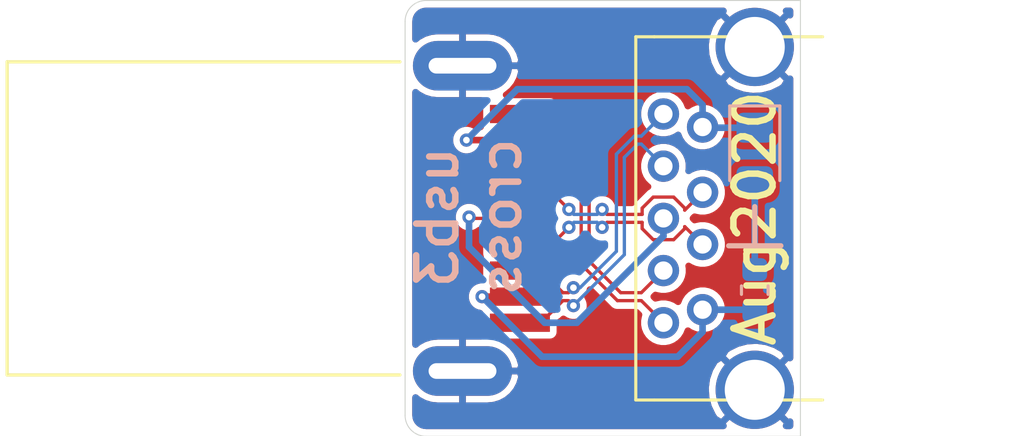
<source format=kicad_pcb>
(kicad_pcb (version 20171130) (host pcbnew 5.1.6-c6e7f7d~87~ubuntu20.04.1)

  (general
    (thickness 1.6002)
    (drawings 8)
    (tracks 109)
    (zones 0)
    (modules 4)
    (nets 12)
  )

  (page USLetter)
  (title_block
    (rev 1)
  )

  (layers
    (0 Front signal)
    (31 Back signal)
    (34 B.Paste user)
    (35 F.Paste user)
    (36 B.SilkS user)
    (37 F.SilkS user)
    (38 B.Mask user)
    (39 F.Mask user)
    (44 Edge.Cuts user)
    (45 Margin user)
    (46 B.CrtYd user hide)
    (47 F.CrtYd user)
    (49 F.Fab user hide)
  )

  (setup
    (last_trace_width 0.254)
    (user_trace_width 0.254)
    (user_trace_width 0.508)
    (user_trace_width 0.762)
    (trace_clearance 0.1524)
    (zone_clearance 0.254)
    (zone_45_only no)
    (trace_min 0.127)
    (via_size 0.508)
    (via_drill 0.254)
    (via_min_size 0.508)
    (via_min_drill 0.254)
    (user_via 0.6858 0.3302)
    (user_via 0.889 0.381)
    (uvia_size 0.6858)
    (uvia_drill 0.254)
    (uvias_allowed no)
    (uvia_min_size 0)
    (uvia_min_drill 0)
    (edge_width 0.0381)
    (segment_width 0.254)
    (pcb_text_width 0.3048)
    (pcb_text_size 1.524 1.524)
    (mod_edge_width 0.127)
    (mod_text_size 0.762 0.762)
    (mod_text_width 0.127)
    (pad_size 1.524 1.524)
    (pad_drill 0.762)
    (pad_to_mask_clearance 0.0508)
    (aux_axis_origin 0 0)
    (visible_elements FFFFFF7F)
    (pcbplotparams
      (layerselection 0x010fc_ffffffff)
      (usegerberextensions false)
      (usegerberattributes false)
      (usegerberadvancedattributes false)
      (creategerberjobfile false)
      (excludeedgelayer true)
      (linewidth 0.152400)
      (plotframeref false)
      (viasonmask false)
      (mode 1)
      (useauxorigin false)
      (hpglpennumber 1)
      (hpglpenspeed 20)
      (hpglpendiameter 15.000000)
      (psnegative false)
      (psa4output false)
      (plotreference true)
      (plotvalue false)
      (plotinvisibletext false)
      (padsonsilk false)
      (subtractmaskfromsilk true)
      (outputformat 1)
      (mirror false)
      (drillshape 0)
      (scaleselection 1)
      (outputdirectory "./gerbers"))
  )

  (net 0 "")
  (net 1 /LED_R)
  (net 2 /GND)
  (net 3 /SHIELD)
  (net 4 /A_P)
  (net 5 /VBUS)
  (net 6 /A_N)
  (net 7 /D_N)
  (net 8 /DRAIN)
  (net 9 /D_P)
  (net 10 /B_P)
  (net 11 /B_N)

  (net_class Default "This is the default net class."
    (clearance 0.1524)
    (trace_width 0.127)
    (via_dia 0.508)
    (via_drill 0.254)
    (uvia_dia 0.6858)
    (uvia_drill 0.254)
    (diff_pair_width 0.127)
    (diff_pair_gap 0.1778)
    (add_net /A_N)
    (add_net /A_P)
    (add_net /B_N)
    (add_net /B_P)
    (add_net /DRAIN)
    (add_net /D_N)
    (add_net /D_P)
    (add_net /GND)
    (add_net /LED_R)
    (add_net /SHIELD)
    (add_net /VBUS)
  )

  (module usb3-crossover:R_0603_1608Metric (layer Back) (tedit 5B301BBD) (tstamp 5F2F1D77)
    (at 129 86.75 90)
    (descr "Resistor SMD 0603 (1608 Metric), square (rectangular) end terminal, IPC_7351 nominal, (Body size source: http://www.tortai-tech.com/upload/download/2011102023233369053.pdf), generated with kicad-footprint-generator")
    (tags resistor)
    (path /5F309A50)
    (attr smd)
    (fp_text reference R1 (at 0 1.43 90) (layer B.SilkS) hide
      (effects (font (size 1 1) (thickness 0.15)) (justify mirror))
    )
    (fp_text value 2.2k (at 0 -1.43 90) (layer B.Fab) hide
      (effects (font (size 1 1) (thickness 0.15)) (justify mirror))
    )
    (fp_line (start -0.8 -0.4) (end -0.8 0.4) (layer B.Fab) (width 0.1))
    (fp_line (start -0.8 0.4) (end 0.8 0.4) (layer B.Fab) (width 0.1))
    (fp_line (start 0.8 0.4) (end 0.8 -0.4) (layer B.Fab) (width 0.1))
    (fp_line (start 0.8 -0.4) (end -0.8 -0.4) (layer B.Fab) (width 0.1))
    (fp_line (start -0.162779 0.51) (end 0.162779 0.51) (layer B.SilkS) (width 0.12))
    (fp_line (start -0.162779 -0.51) (end 0.162779 -0.51) (layer B.SilkS) (width 0.12))
    (fp_line (start -1.48 -0.73) (end -1.48 0.73) (layer B.CrtYd) (width 0.05))
    (fp_line (start -1.48 0.73) (end 1.48 0.73) (layer B.CrtYd) (width 0.05))
    (fp_line (start 1.48 0.73) (end 1.48 -0.73) (layer B.CrtYd) (width 0.05))
    (fp_line (start 1.48 -0.73) (end -1.48 -0.73) (layer B.CrtYd) (width 0.05))
    (fp_text user %R (at 0 0 90) (layer B.Fab) hide
      (effects (font (size 0.4 0.4) (thickness 0.06)) (justify mirror))
    )
    (pad 2 smd roundrect (at 0.7875 0 90) (size 0.875 0.95) (layers Back B.Paste B.Mask) (roundrect_rratio 0.25)
      (net 1 /LED_R))
    (pad 1 smd roundrect (at -0.7875 0 90) (size 0.875 0.95) (layers Back B.Paste B.Mask) (roundrect_rratio 0.25)
      (net 5 /VBUS))
    (model ${KISYS3DMOD}/Resistor_SMD.3dshapes/R_0603_1608Metric.wrl
      (at (xyz 0 0 0))
      (scale (xyz 1 1 1))
      (rotate (xyz 0 0 0))
    )
  )

  (module usb3-crossover:USB3_A_Aliexpress (layer Front) (tedit 5E679DDA) (tstamp 5F2F145A)
    (at 127 87.5 90)
    (descr "USB 3.0, type A, right angle (http://www.molex.com/pdm_docs/sd/483930003_sd.pdf)")
    (tags "USB 3.0 type A right angle")
    (path /5F3008AD)
    (fp_text reference J2 (at 3.5 -3.6 90) (layer F.SilkS) hide
      (effects (font (size 1 1) (thickness 0.15)))
    )
    (fp_text value USB3_A (at 3.5 13 90) (layer F.Fab) hide
      (effects (font (size 1 1) (thickness 0.15)))
    )
    (fp_line (start -3.46 -2.56) (end -3.46 -1.85) (layer F.SilkS) (width 0.12))
    (fp_line (start 10.46 -2.56) (end 10.46 -1.85) (layer F.SilkS) (width 0.12))
    (fp_line (start -3.4 11.75) (end -3.4 -2.5) (layer F.Fab) (width 0.1))
    (fp_line (start 10.4 -2.5) (end 10.4 11.75) (layer F.Fab) (width 0.1))
    (fp_line (start -4 12.3) (end -4 -3) (layer F.CrtYd) (width 0.05))
    (fp_line (start 11 12.3) (end -4 12.3) (layer F.CrtYd) (width 0.05))
    (fp_line (start 11 -3) (end 11 12.3) (layer F.CrtYd) (width 0.05))
    (fp_line (start -4 -3) (end 11 -3) (layer F.CrtYd) (width 0.05))
    (fp_line (start -3.46 -2.56) (end 10.46 -2.56) (layer F.SilkS) (width 0.12))
    (fp_line (start 10.46 4.6) (end 10.46 -1.85) (layer F.SilkS) (width 0.12))
    (fp_line (start -3.46 4.6) (end -3.46 -1.85) (layer F.SilkS) (width 0.12))
    (fp_line (start 10.4 11.75) (end -3.4 11.75) (layer F.Fab) (width 0.1))
    (fp_line (start -3.4 -2.5) (end 10.4 -2.5) (layer F.Fab) (width 0.1))
    (fp_text user %R (at 3.5 5 90) (layer F.Fab) hide
      (effects (font (size 1 1) (thickness 0.15)))
    )
    (pad 10 thru_hole circle (at 10.07 2 90) (size 3 3) (drill 2.3) (layers *.Cu *.Mask)
      (net 3 /SHIELD))
    (pad 10 thru_hole circle (at -3.07 2 90) (size 3 3) (drill 2.3) (layers *.Cu *.Mask)
      (net 3 /SHIELD))
    (pad 9 thru_hole circle (at -0.5 -1.5 90) (size 1.2 1.2) (drill 0.7) (layers *.Cu *.Mask)
      (net 10 /B_P))
    (pad 8 thru_hole circle (at 1.5 -1.5 90) (size 1.2 1.2) (drill 0.7) (layers *.Cu *.Mask)
      (net 11 /B_N))
    (pad 7 thru_hole circle (at 3.5 -1.5 90) (size 1.2 1.2) (drill 0.7) (layers *.Cu *.Mask)
      (net 8 /DRAIN))
    (pad 6 thru_hole circle (at 5.5 -1.5 90) (size 1.2 1.2) (drill 0.7) (layers *.Cu *.Mask)
      (net 4 /A_P))
    (pad 5 thru_hole circle (at 7.5 -1.5 90) (size 1.2 1.2) (drill 0.7) (layers *.Cu *.Mask)
      (net 6 /A_N))
    (pad 4 thru_hole circle (at 7 0 90) (size 1.2 1.2) (drill 0.7) (layers *.Cu *.Mask)
      (net 2 /GND))
    (pad 3 thru_hole circle (at 4.5 0 90) (size 1.2 1.2) (drill 0.7) (layers *.Cu *.Mask)
      (net 9 /D_P))
    (pad 2 thru_hole circle (at 2.5 0 90) (size 1.2 1.2) (drill 0.7) (layers *.Cu *.Mask)
      (net 7 /D_N))
    (pad 1 thru_hole circle (at 0 0 90) (size 1.2 1.2) (drill 0.7) (layers *.Cu *.Mask)
      (net 5 /VBUS))
    (model ${KISYS3DMOD}/Connector_USB.3dshapes/USB3_A_Molex_48393-001.wrl
      (at (xyz 0 0 0))
      (scale (xyz 1 1 1))
      (rotate (xyz 0 0 0))
    )
  )

  (module usb3-crossover:AMPHENOL_GSB416445CHR (layer Front) (tedit 5F2C33DE) (tstamp 5F2F143D)
    (at 120 84 270)
    (path /5F3001A7)
    (fp_text reference J1 (at -3.175 -2.54 90) (layer F.SilkS) hide
      (effects (font (size 1 1) (thickness 0.015)))
    )
    (fp_text value GSB416445CHR (at 7.62 20.955 90) (layer F.Fab) hide
      (effects (font (size 1 1) (thickness 0.015)))
    )
    (fp_line (start -7.05 4.4) (end -6.25 4.4) (layer F.CrtYd) (width 0.05))
    (fp_line (start -7.05 0) (end -7.05 4.4) (layer F.CrtYd) (width 0.05))
    (fp_line (start -4.6 0) (end -7.05 0) (layer F.CrtYd) (width 0.05))
    (fp_line (start -4.6 -1.4) (end -4.6 0) (layer F.CrtYd) (width 0.05))
    (fp_line (start 4.6 -1.4) (end -4.6 -1.4) (layer F.CrtYd) (width 0.05))
    (fp_line (start 4.6 0) (end 4.6 -1.4) (layer F.CrtYd) (width 0.05))
    (fp_line (start 7.05 0) (end 4.6 0) (layer F.CrtYd) (width 0.05))
    (fp_line (start 7.05 4.4) (end 7.05 0) (layer F.CrtYd) (width 0.05))
    (fp_line (start 6.25 4.4) (end 7.05 4.4) (layer F.CrtYd) (width 0.05))
    (fp_line (start 6.25 19.9) (end 6.25 4.4) (layer F.CrtYd) (width 0.05))
    (fp_line (start -6.25 19.9) (end 6.25 19.9) (layer F.CrtYd) (width 0.05))
    (fp_line (start -6.25 4.4) (end -6.25 19.9) (layer F.CrtYd) (width 0.05))
    (fp_line (start -6 4.6) (end -6 19.65) (layer F.SilkS) (width 0.127))
    (fp_line (start 6 19.65) (end 6 4.6) (layer F.SilkS) (width 0.127))
    (fp_line (start -6 19.65) (end 6 19.65) (layer F.SilkS) (width 0.127))
    (fp_line (start 6 0.9) (end -6 0.9) (layer F.Fab) (width 0.127))
    (fp_line (start 6 19.65) (end 6 0.9) (layer F.Fab) (width 0.127))
    (fp_line (start -6 19.65) (end 6 19.65) (layer F.Fab) (width 0.127))
    (fp_line (start -6 0.9) (end -6 19.65) (layer F.Fab) (width 0.127))
    (pad S2 thru_hole oval (at 5.85 2.2 270) (size 1.9 3.8) (drill oval 0.6 2.6) (layers *.Cu *.Mask)
      (net 3 /SHIELD))
    (pad S1 thru_hole oval (at -5.85 2.2 270) (size 1.9 3.8) (drill oval 0.6 2.6) (layers *.Cu *.Mask)
      (net 3 /SHIELD))
    (pad 9 smd rect (at 4 0 270) (size 0.7 2.3) (layers Front F.Paste F.Mask)
      (net 4 /A_P))
    (pad 1 smd rect (at 3 0 270) (size 0.7 2.3) (layers Front F.Paste F.Mask)
      (net 5 /VBUS))
    (pad 8 smd rect (at 2 0 270) (size 0.7 2.3) (layers Front F.Paste F.Mask)
      (net 6 /A_N))
    (pad 2 smd rect (at 1 0 270) (size 0.7 2.3) (layers Front F.Paste F.Mask)
      (net 7 /D_N))
    (pad 7 smd rect (at 0 0 270) (size 0.7 2.3) (layers Front F.Paste F.Mask)
      (net 8 /DRAIN))
    (pad 3 smd rect (at -1 0 270) (size 0.7 2.3) (layers Front F.Paste F.Mask)
      (net 9 /D_P))
    (pad 6 smd rect (at -2 0 270) (size 0.7 2.3) (layers Front F.Paste F.Mask)
      (net 10 /B_P))
    (pad 4 smd rect (at -3 0 270) (size 0.7 2.3) (layers Front F.Paste F.Mask)
      (net 2 /GND))
    (pad 5 smd rect (at -4 0 270) (size 0.7 2.3) (layers Front F.Paste F.Mask)
      (net 11 /B_N))
  )

  (module usb3-crossover:LED_0805_2012Metric_Pad1.15x1.40mm_HandSolder (layer Back) (tedit 5F009E2E) (tstamp 5F2F1BDD)
    (at 129 81.55 270)
    (descr "LED SMD 0805 (2012 Metric), square (rectangular) end terminal, IPC_7351 nominal, (Body size source: https://docs.google.com/spreadsheets/d/1BsfQQcO9C6DZCsRaXUlFlo91Tg2WpOkGARC1WS5S8t0/edit?usp=sharing), generated with kicad-footprint-generator")
    (tags "LED handsolder")
    (path /5F30A100)
    (attr smd)
    (fp_text reference D1 (at 0 1.65 270) (layer B.SilkS) hide
      (effects (font (size 1 1) (thickness 0.15)) (justify mirror))
    )
    (fp_text value LED (at 0 -1.65 270) (layer B.Fab) hide
      (effects (font (size 1 1) (thickness 0.15)) (justify mirror))
    )
    (fp_line (start 1 0.6) (end -0.7 0.6) (layer B.Fab) (width 0.1))
    (fp_line (start -0.7 0.6) (end -1 0.3) (layer B.Fab) (width 0.1))
    (fp_line (start -1 0.3) (end -1 -0.6) (layer B.Fab) (width 0.1))
    (fp_line (start -1 -0.6) (end 1 -0.6) (layer B.Fab) (width 0.1))
    (fp_line (start 1 -0.6) (end 1 0.6) (layer B.Fab) (width 0.1))
    (fp_line (start 1 0.96) (end -1.86 0.96) (layer B.SilkS) (width 0.12))
    (fp_line (start -1.86 0.96) (end -1.86 -0.96) (layer B.SilkS) (width 0.12))
    (fp_line (start -1.86 -0.96) (end 1 -0.96) (layer B.SilkS) (width 0.12))
    (fp_line (start -1.85 -0.95) (end -1.85 0.95) (layer B.CrtYd) (width 0.05))
    (fp_line (start -1.85 0.95) (end 1.85 0.95) (layer B.CrtYd) (width 0.05))
    (fp_line (start 1.85 0.95) (end 1.85 -0.95) (layer B.CrtYd) (width 0.05))
    (fp_line (start 1.85 -0.95) (end -1.85 -0.95) (layer B.CrtYd) (width 0.05))
    (fp_line (start 2 0) (end 3.5 0) (layer B.SilkS) (width 0.2))
    (fp_line (start 3.5 1) (end 3.5 -1) (layer B.SilkS) (width 0.2))
    (fp_text user %R (at 0 0 270) (layer B.Fab) hide
      (effects (font (size 0.5 0.5) (thickness 0.08)) (justify mirror))
    )
    (pad 2 smd roundrect (at 1.025 0 270) (size 1.15 1.4) (layers Back B.Paste B.Mask) (roundrect_rratio 0.217391)
      (net 1 /LED_R))
    (pad 1 smd roundrect (at -1.025 0 270) (size 1.15 1.4) (layers Back B.Paste B.Mask) (roundrect_rratio 0.217391)
      (net 2 /GND))
    (model ${KIPRJMOD}/3dmodels/LED_0805_2012Metric_Castellated.step
      (at (xyz 0 0 0))
      (scale (xyz 1 1 1))
      (rotate (xyz 0 0 0))
    )
  )

  (gr_arc (start 116.4 91.55) (end 115.6 91.55) (angle -90) (layer Edge.Cuts) (width 0.0381))
  (gr_arc (start 116.4 76.45) (end 116.4 75.65) (angle -90) (layer Edge.Cuts) (width 0.0381))
  (gr_text Aug2020 (at 129 84 90) (layer F.SilkS)
    (effects (font (size 1.5 1.5) (thickness 0.25)))
  )
  (gr_text "usb3\ncross" (at 118.05 83.95 90) (layer B.SilkS)
    (effects (font (size 1.5 1.5) (thickness 0.25)) (justify mirror))
  )
  (gr_line (start 116.4 75.65) (end 130.75 75.65) (layer Edge.Cuts) (width 0.0381) (tstamp 5F2F1F8D))
  (gr_line (start 115.6 91.55) (end 115.6 76.45) (layer Edge.Cuts) (width 0.0381))
  (gr_line (start 130.75 92.35) (end 116.4 92.35) (layer Edge.Cuts) (width 0.0381))
  (gr_line (start 130.75 75.65) (end 130.75 92.35) (layer Edge.Cuts) (width 0.0381))

  (segment (start 129 85.9625) (end 129 82.575) (width 0.254) (layer Back) (net 1))
  (segment (start 127.025 80.525) (end 127 80.5) (width 0.254) (layer Back) (net 2))
  (segment (start 129 80.525) (end 127.025 80.525) (width 0.254) (layer Back) (net 2))
  (segment (start 127 79.651472) (end 126.398528 79.05) (width 0.254) (layer Back) (net 2))
  (segment (start 127 80.5) (end 127 79.651472) (width 0.254) (layer Back) (net 2))
  (via (at 117.95 81) (size 0.508) (drill 0.254) (layers Front Back) (net 2))
  (segment (start 119.9 79.05) (end 117.95 81) (width 0.254) (layer Back) (net 2))
  (segment (start 126.398528 79.05) (end 119.9 79.05) (width 0.254) (layer Back) (net 2))
  (segment (start 117.95 81) (end 120 81) (width 0.254) (layer Front) (net 2))
  (via (at 122.05 87.3429) (size 0.508) (drill 0.254) (layers Front Back) (net 4) (status 40000))
  (segment (start 122.05 87.3429) (end 124.0024 85.3905) (width 0.127) (layer Back) (net 4) (status 40000))
  (segment (start 124.0024 81.663128) (end 124.513128 81.1524) (width 0.127) (layer Back) (net 4) (status 40000))
  (segment (start 124.0024 85.3905) (end 124.0024 81.663128) (width 0.127) (layer Back) (net 4) (status 40000))
  (segment (start 124.513128 81.1524) (end 124.6524 81.1524) (width 0.127) (layer Back) (net 4) (status 40000))
  (segment (start 124.6524 81.1524) (end 125.5 82) (width 0.127) (layer Back) (net 4) (status 40000))
  (segment (start 120.8 88) (end 121.234099 87.565901) (width 0.127) (layer Front) (net 4) (status 40000))
  (segment (start 121.8595 87.1524) (end 122.05 87.3429) (width 0.127) (layer Front) (net 4) (status 40000))
  (segment (start 121.6476 87.1524) (end 121.8595 87.1524) (width 0.127) (layer Front) (net 4) (status 40000))
  (segment (start 121.365901 87.522721) (end 121.365901 87.434099) (width 0.127) (layer Front) (net 4) (status 40000))
  (segment (start 121.365901 87.434099) (end 121.6476 87.1524) (width 0.127) (layer Front) (net 4) (status 40000))
  (segment (start 121.322721 87.565901) (end 121.365901 87.522721) (width 0.127) (layer Front) (net 4) (status 40000))
  (segment (start 121.234099 87.565901) (end 121.322721 87.565901) (width 0.127) (layer Front) (net 4) (status 40000))
  (segment (start 120 88) (end 120.8 88) (width 0.127) (layer Front) (net 4) (status 40000))
  (via (at 118.55 87) (size 0.508) (drill 0.254) (layers Front Back) (net 5))
  (segment (start 120 87) (end 118.55 87) (width 0.254) (layer Front) (net 5))
  (segment (start 118.55 87) (end 120.85 89.3) (width 0.254) (layer Back) (net 5))
  (segment (start 126.048528 89.3) (end 127 88.348528) (width 0.254) (layer Back) (net 5))
  (segment (start 127 88.348528) (end 127 87.5) (width 0.254) (layer Back) (net 5))
  (segment (start 120.85 89.3) (end 126.048528 89.3) (width 0.254) (layer Back) (net 5))
  (segment (start 128.9625 87.5) (end 129 87.5375) (width 0.254) (layer Back) (net 5))
  (segment (start 127 87.5) (end 128.9625 87.5) (width 0.254) (layer Back) (net 5))
  (segment (start 121.322721 86.434099) (end 121.365901 86.477279) (width 0.127) (layer Front) (net 6) (status 40000))
  (segment (start 121.365901 86.565901) (end 121.6476 86.8476) (width 0.127) (layer Front) (net 6) (status 40000))
  (segment (start 121.6476 86.8476) (end 121.8595 86.8476) (width 0.127) (layer Front) (net 6) (status 40000))
  (segment (start 120.8 86) (end 121.234099 86.434099) (width 0.127) (layer Front) (net 6) (status 40000))
  (segment (start 120 86) (end 120.8 86) (width 0.127) (layer Front) (net 6) (status 40000))
  (segment (start 121.234099 86.434099) (end 121.322721 86.434099) (width 0.127) (layer Front) (net 6) (status 40000))
  (segment (start 121.365901 86.477279) (end 121.365901 86.565901) (width 0.127) (layer Front) (net 6) (status 40000))
  (segment (start 121.8595 86.8476) (end 122.05 86.6571) (width 0.127) (layer Front) (net 6) (status 40000))
  (via (at 122.05 86.6571) (size 0.508) (drill 0.254) (layers Front Back) (net 6) (status 40000))
  (segment (start 125.5 80) (end 124.6524 80.8476) (width 0.127) (layer Back) (net 6) (status 40000))
  (segment (start 124.6524 80.8476) (end 124.386872 80.8476) (width 0.127) (layer Back) (net 6) (status 40000))
  (segment (start 124.386872 80.8476) (end 123.6976 81.536872) (width 0.127) (layer Back) (net 6) (status 40000))
  (segment (start 123.6976 81.536872) (end 123.6976 85.264247) (width 0.127) (layer Back) (net 6) (status 40000))
  (segment (start 123.6976 85.264247) (end 122.304747 86.6571) (width 0.127) (layer Back) (net 6) (status 40000))
  (segment (start 122.304747 86.6571) (end 122.054747 86.6571) (width 0.127) (layer Back) (net 6) (status 40000))
  (segment (start 122.054747 86.6571) (end 122.05 86.6571) (width 0.127) (layer Back) (net 6) (status 40000))
  (segment (start 121.22059 85) (end 121.87769 84.3429) (width 0.127) (layer Front) (net 7))
  (via (at 121.87769 84.3429) (size 0.508) (drill 0.254) (layers Front Back) (net 7))
  (segment (start 120 85) (end 121.22059 85) (width 0.127) (layer Front) (net 7))
  (segment (start 122.9595 84.1524) (end 123.15 84.3429) (width 0.127) (layer Back) (net 7))
  (segment (start 122.06819 84.1524) (end 122.9595 84.1524) (width 0.127) (layer Back) (net 7))
  (segment (start 121.87769 84.3429) (end 122.06819 84.1524) (width 0.127) (layer Back) (net 7))
  (via (at 123.15 84.3429) (size 0.508) (drill 0.254) (layers Front Back) (net 7))
  (segment (start 126.315901 84.315901) (end 127 85) (width 0.127) (layer Front) (net 7))
  (segment (start 126.315901 84.391633) (end 126.315901 84.315901) (width 0.127) (layer Front) (net 7))
  (segment (start 124.684099 84.1524) (end 124.684099 84.391633) (width 0.127) (layer Front) (net 7))
  (segment (start 123.15 84.3429) (end 123.3405 84.1524) (width 0.127) (layer Front) (net 7))
  (segment (start 125.891633 84.815901) (end 126.315901 84.391633) (width 0.127) (layer Front) (net 7))
  (segment (start 123.3405 84.1524) (end 124.684099 84.1524) (width 0.127) (layer Front) (net 7))
  (segment (start 124.684099 84.391633) (end 125.108367 84.815901) (width 0.127) (layer Front) (net 7))
  (segment (start 125.108367 84.815901) (end 125.891633 84.815901) (width 0.127) (layer Front) (net 7))
  (via (at 118.05 83.95) (size 0.508) (drill 0.254) (layers Front Back) (net 8))
  (segment (start 118.1 84) (end 118.05 83.95) (width 0.127) (layer Front) (net 8))
  (segment (start 120 84) (end 118.1 84) (width 0.127) (layer Front) (net 8))
  (segment (start 118.05 83.95) (end 118.05 85.1) (width 0.254) (layer Back) (net 8))
  (segment (start 118.05 85.1) (end 120.95 88) (width 0.254) (layer Back) (net 8))
  (segment (start 122.182334 88) (end 125.5 84.682334) (width 0.254) (layer Back) (net 8))
  (segment (start 125.5 84.682334) (end 125.5 84) (width 0.254) (layer Back) (net 8))
  (segment (start 120.95 88) (end 122.182334 88) (width 0.254) (layer Back) (net 8))
  (via (at 121.87769 83.6571) (size 0.508) (drill 0.254) (layers Front Back) (net 9))
  (segment (start 121.22059 83) (end 121.87769 83.6571) (width 0.127) (layer Front) (net 9))
  (segment (start 120 83) (end 121.22059 83) (width 0.127) (layer Front) (net 9))
  (segment (start 122.9595 83.8476) (end 123.15 83.6571) (width 0.127) (layer Back) (net 9))
  (segment (start 121.87769 83.6571) (end 122.06819 83.8476) (width 0.127) (layer Back) (net 9))
  (segment (start 122.06819 83.8476) (end 122.9595 83.8476) (width 0.127) (layer Back) (net 9))
  (via (at 123.15 83.6571) (size 0.508) (drill 0.254) (layers Front Back) (net 9))
  (segment (start 123.15 83.6571) (end 123.3405 83.8476) (width 0.127) (layer Front) (net 9))
  (segment (start 126.315901 83.608367) (end 126.315901 83.684099) (width 0.127) (layer Front) (net 9))
  (segment (start 123.3405 83.8476) (end 124.684099 83.8476) (width 0.127) (layer Front) (net 9))
  (segment (start 124.684099 83.8476) (end 124.684099 83.608367) (width 0.127) (layer Front) (net 9))
  (segment (start 124.684099 83.608367) (end 125.108367 83.184099) (width 0.127) (layer Front) (net 9))
  (segment (start 125.108367 83.184099) (end 125.891633 83.184099) (width 0.127) (layer Front) (net 9))
  (segment (start 125.891633 83.184099) (end 126.315901 83.608367) (width 0.127) (layer Front) (net 9))
  (segment (start 126.315901 83.684099) (end 127 83) (width 0.127) (layer Front) (net 9))
  (segment (start 121.836872 81.1524) (end 122.3476 81.663128) (width 0.127) (layer Front) (net 10))
  (segment (start 121.6476 81.1524) (end 121.836872 81.1524) (width 0.127) (layer Front) (net 10))
  (segment (start 121.365901 81.434099) (end 121.6476 81.1524) (width 0.127) (layer Front) (net 10))
  (segment (start 120 82) (end 120.8 82) (width 0.127) (layer Front) (net 10))
  (segment (start 121.322721 81.565901) (end 121.365901 81.522721) (width 0.127) (layer Front) (net 10))
  (segment (start 120.8 82) (end 121.234099 81.565901) (width 0.127) (layer Front) (net 10))
  (segment (start 121.234099 81.565901) (end 121.322721 81.565901) (width 0.127) (layer Front) (net 10))
  (segment (start 121.365901 81.522721) (end 121.365901 81.434099) (width 0.127) (layer Front) (net 10))
  (segment (start 122.3476 81.663128) (end 122.3476 85.763128) (width 0.127) (layer Front) (net 10))
  (segment (start 124.6524 87.1524) (end 125.5 88) (width 0.127) (layer Front) (net 10))
  (segment (start 123.736872 87.1524) (end 124.6524 87.1524) (width 0.127) (layer Front) (net 10))
  (segment (start 122.3476 85.763128) (end 123.736872 87.1524) (width 0.127) (layer Front) (net 10))
  (segment (start 121.365901 80.565901) (end 121.6476 80.8476) (width 0.127) (layer Front) (net 11))
  (segment (start 121.365901 80.477279) (end 121.365901 80.565901) (width 0.127) (layer Front) (net 11))
  (segment (start 121.322721 80.434099) (end 121.365901 80.477279) (width 0.127) (layer Front) (net 11))
  (segment (start 121.963128 80.8476) (end 122.6524 81.536872) (width 0.127) (layer Front) (net 11))
  (segment (start 121.234099 80.434099) (end 121.322721 80.434099) (width 0.127) (layer Front) (net 11))
  (segment (start 120 80) (end 120.8 80) (width 0.127) (layer Front) (net 11))
  (segment (start 121.6476 80.8476) (end 121.963128 80.8476) (width 0.127) (layer Front) (net 11))
  (segment (start 120.8 80) (end 121.234099 80.434099) (width 0.127) (layer Front) (net 11))
  (segment (start 122.6524 81.536872) (end 122.6524 85.636872) (width 0.127) (layer Front) (net 11))
  (segment (start 124.6524 86.8476) (end 125.5 86) (width 0.127) (layer Front) (net 11))
  (segment (start 123.863128 86.8476) (end 124.6524 86.8476) (width 0.127) (layer Front) (net 11))
  (segment (start 122.6524 85.636872) (end 123.863128 86.8476) (width 0.127) (layer Front) (net 11))

  (zone (net 3) (net_name /SHIELD) (layer Front) (tstamp 0) (hatch edge 0.508)
    (connect_pads (clearance 0.254))
    (min_thickness 0.254)
    (fill yes (arc_segments 32) (thermal_gap 0.254) (thermal_bridge_width 0.255))
    (polygon
      (pts
        (xy 130.75 92.35) (xy 115.6 92.35) (xy 115.6 75.65) (xy 130.75 75.65)
      )
    )
    (filled_polygon
      (pts
        (xy 127.731202 76.160495) (xy 129 77.429293) (xy 130.268798 76.160495) (xy 130.201562 76.05005) (xy 130.34995 76.05005)
        (xy 130.34995 76.210175) (xy 130.269505 76.161202) (xy 129.000707 77.43) (xy 130.269505 78.698798) (xy 130.34995 78.649825)
        (xy 130.349951 89.350176) (xy 130.269505 89.301202) (xy 129.000707 90.57) (xy 130.269505 91.838798) (xy 130.349951 91.789824)
        (xy 130.349951 91.94995) (xy 130.201562 91.94995) (xy 130.268798 91.839505) (xy 129 90.570707) (xy 127.731202 91.839505)
        (xy 127.798438 91.94995) (xy 116.419569 91.94995) (xy 116.322689 91.940451) (xy 116.248322 91.917999) (xy 116.179734 91.88153)
        (xy 116.119533 91.832431) (xy 116.070017 91.772576) (xy 116.033069 91.704243) (xy 116.010098 91.630032) (xy 116.00005 91.534441)
        (xy 116.00005 90.866008) (xy 116.11012 90.956409) (xy 116.340186 91.079493) (xy 116.589844 91.155328) (xy 116.8495 91.181)
        (xy 117.7995 91.181) (xy 117.7995 89.8505) (xy 117.8005 89.8505) (xy 117.8005 91.181) (xy 118.7505 91.181)
        (xy 119.010156 91.155328) (xy 119.259814 91.079493) (xy 119.48988 90.956409) (xy 119.691513 90.790806) (xy 119.856964 90.589049)
        (xy 119.906497 90.496295) (xy 127.111336 90.496295) (xy 127.133247 90.866172) (xy 127.226896 91.224666) (xy 127.388685 91.558002)
        (xy 127.470582 91.680569) (xy 127.730495 91.838798) (xy 128.999293 90.57) (xy 127.730495 89.301202) (xy 127.470582 89.459431)
        (xy 127.283307 89.779145) (xy 127.162005 90.129251) (xy 127.111336 90.496295) (xy 119.906497 90.496295) (xy 119.979875 90.35889)
        (xy 120.055523 90.109175) (xy 120.064535 90.058708) (xy 119.98575 89.8505) (xy 117.8005 89.8505) (xy 117.7995 89.8505)
        (xy 117.7795 89.8505) (xy 117.7795 89.8495) (xy 117.7995 89.8495) (xy 117.7995 88.519) (xy 116.8495 88.519)
        (xy 116.589844 88.544672) (xy 116.340186 88.620507) (xy 116.11012 88.743591) (xy 116.00005 88.833992) (xy 116.00005 80.937458)
        (xy 117.315 80.937458) (xy 117.315 81.062542) (xy 117.339403 81.185223) (xy 117.387271 81.300785) (xy 117.456764 81.404789)
        (xy 117.545211 81.493236) (xy 117.649215 81.562729) (xy 117.764777 81.610597) (xy 117.887458 81.635) (xy 118.012542 81.635)
        (xy 118.135223 81.610597) (xy 118.250785 81.562729) (xy 118.332693 81.508) (xy 118.494932 81.508) (xy 118.474513 81.575311)
        (xy 118.467157 81.65) (xy 118.467157 82.35) (xy 118.474513 82.424689) (xy 118.496299 82.496508) (xy 118.498166 82.5)
        (xy 118.496299 82.503492) (xy 118.474513 82.575311) (xy 118.467157 82.65) (xy 118.467157 83.35) (xy 118.474513 83.424689)
        (xy 118.496299 83.496508) (xy 118.498166 83.5) (xy 118.498117 83.500092) (xy 118.454789 83.456764) (xy 118.350785 83.387271)
        (xy 118.235223 83.339403) (xy 118.112542 83.315) (xy 117.987458 83.315) (xy 117.864777 83.339403) (xy 117.749215 83.387271)
        (xy 117.645211 83.456764) (xy 117.556764 83.545211) (xy 117.487271 83.649215) (xy 117.439403 83.764777) (xy 117.415 83.887458)
        (xy 117.415 84.012542) (xy 117.439403 84.135223) (xy 117.487271 84.250785) (xy 117.556764 84.354789) (xy 117.645211 84.443236)
        (xy 117.749215 84.512729) (xy 117.864777 84.560597) (xy 117.987458 84.585) (xy 118.112542 84.585) (xy 118.235223 84.560597)
        (xy 118.350785 84.512729) (xy 118.452897 84.4445) (xy 118.480523 84.4445) (xy 118.496299 84.496508) (xy 118.498166 84.5)
        (xy 118.496299 84.503492) (xy 118.474513 84.575311) (xy 118.467157 84.65) (xy 118.467157 85.35) (xy 118.474513 85.424689)
        (xy 118.496299 85.496508) (xy 118.498166 85.5) (xy 118.496299 85.503492) (xy 118.474513 85.575311) (xy 118.467157 85.65)
        (xy 118.467157 86.35) (xy 118.468996 86.368672) (xy 118.364777 86.389403) (xy 118.249215 86.437271) (xy 118.145211 86.506764)
        (xy 118.056764 86.595211) (xy 117.987271 86.699215) (xy 117.939403 86.814777) (xy 117.915 86.937458) (xy 117.915 87.062542)
        (xy 117.939403 87.185223) (xy 117.987271 87.300785) (xy 118.056764 87.404789) (xy 118.145211 87.493236) (xy 118.249215 87.562729)
        (xy 118.364777 87.610597) (xy 118.468996 87.631328) (xy 118.467157 87.65) (xy 118.467157 88.35) (xy 118.474513 88.424689)
        (xy 118.496299 88.496508) (xy 118.508321 88.519) (xy 117.8005 88.519) (xy 117.8005 89.8495) (xy 119.98575 89.8495)
        (xy 120.064535 89.641292) (xy 120.055523 89.590825) (xy 119.979875 89.34111) (xy 119.958186 89.300495) (xy 127.731202 89.300495)
        (xy 129 90.569293) (xy 130.268798 89.300495) (xy 130.110569 89.040582) (xy 129.790855 88.853307) (xy 129.440749 88.732005)
        (xy 129.073705 88.681336) (xy 128.703828 88.703247) (xy 128.345334 88.796896) (xy 128.011998 88.958685) (xy 127.889431 89.040582)
        (xy 127.731202 89.300495) (xy 119.958186 89.300495) (xy 119.856964 89.110951) (xy 119.691513 88.909194) (xy 119.48988 88.743591)
        (xy 119.46979 88.732843) (xy 121.15 88.732843) (xy 121.224689 88.725487) (xy 121.296508 88.703701) (xy 121.362696 88.668322)
        (xy 121.420711 88.620711) (xy 121.468322 88.562696) (xy 121.503701 88.496508) (xy 121.525487 88.424689) (xy 121.532843 88.35)
        (xy 121.532843 87.957601) (xy 121.570866 87.937277) (xy 121.63855 87.88173) (xy 121.652468 87.864771) (xy 121.664773 87.852466)
        (xy 121.666962 87.85067) (xy 121.749215 87.905629) (xy 121.864777 87.953497) (xy 121.987458 87.9779) (xy 122.112542 87.9779)
        (xy 122.235223 87.953497) (xy 122.350785 87.905629) (xy 122.454789 87.836136) (xy 122.543236 87.747689) (xy 122.612729 87.643685)
        (xy 122.660597 87.528123) (xy 122.685 87.405442) (xy 122.685 87.280358) (xy 122.660597 87.157677) (xy 122.612729 87.042115)
        (xy 122.584589 87) (xy 122.612729 86.957885) (xy 122.660597 86.842323) (xy 122.683423 86.727569) (xy 123.40713 87.451276)
        (xy 123.421043 87.468229) (xy 123.488727 87.523776) (xy 123.565946 87.565051) (xy 123.649735 87.590468) (xy 123.715042 87.5969)
        (xy 123.715051 87.5969) (xy 123.736871 87.599049) (xy 123.758691 87.5969) (xy 124.468283 87.5969) (xy 124.565057 87.693674)
        (xy 124.556699 87.713853) (xy 124.519 87.90338) (xy 124.519 88.09662) (xy 124.556699 88.286147) (xy 124.630649 88.464678)
        (xy 124.738007 88.625351) (xy 124.874649 88.761993) (xy 125.035322 88.869351) (xy 125.213853 88.943301) (xy 125.40338 88.981)
        (xy 125.59662 88.981) (xy 125.786147 88.943301) (xy 125.964678 88.869351) (xy 126.125351 88.761993) (xy 126.261993 88.625351)
        (xy 126.369351 88.464678) (xy 126.436255 88.303157) (xy 126.535322 88.369351) (xy 126.713853 88.443301) (xy 126.90338 88.481)
        (xy 127.09662 88.481) (xy 127.286147 88.443301) (xy 127.464678 88.369351) (xy 127.625351 88.261993) (xy 127.761993 88.125351)
        (xy 127.869351 87.964678) (xy 127.943301 87.786147) (xy 127.981 87.59662) (xy 127.981 87.40338) (xy 127.943301 87.213853)
        (xy 127.869351 87.035322) (xy 127.761993 86.874649) (xy 127.625351 86.738007) (xy 127.464678 86.630649) (xy 127.286147 86.556699)
        (xy 127.09662 86.519) (xy 126.90338 86.519) (xy 126.713853 86.556699) (xy 126.535322 86.630649) (xy 126.374649 86.738007)
        (xy 126.238007 86.874649) (xy 126.130649 87.035322) (xy 126.063745 87.196843) (xy 125.964678 87.130649) (xy 125.786147 87.056699)
        (xy 125.59662 87.019) (xy 125.40338 87.019) (xy 125.213853 87.056699) (xy 125.193674 87.065057) (xy 125.128617 87)
        (xy 125.193674 86.934943) (xy 125.213853 86.943301) (xy 125.40338 86.981) (xy 125.59662 86.981) (xy 125.786147 86.943301)
        (xy 125.964678 86.869351) (xy 126.125351 86.761993) (xy 126.261993 86.625351) (xy 126.369351 86.464678) (xy 126.443301 86.286147)
        (xy 126.481 86.09662) (xy 126.481 85.90338) (xy 126.464867 85.822275) (xy 126.535322 85.869351) (xy 126.713853 85.943301)
        (xy 126.90338 85.981) (xy 127.09662 85.981) (xy 127.286147 85.943301) (xy 127.464678 85.869351) (xy 127.625351 85.761993)
        (xy 127.761993 85.625351) (xy 127.869351 85.464678) (xy 127.943301 85.286147) (xy 127.981 85.09662) (xy 127.981 84.90338)
        (xy 127.943301 84.713853) (xy 127.869351 84.535322) (xy 127.761993 84.374649) (xy 127.625351 84.238007) (xy 127.464678 84.130649)
        (xy 127.286147 84.056699) (xy 127.09662 84.019) (xy 126.90338 84.019) (xy 126.713853 84.056699) (xy 126.693674 84.065057)
        (xy 126.645647 84.01703) (xy 126.63173 84.000072) (xy 126.631642 84) (xy 126.63173 83.999928) (xy 126.645647 83.98297)
        (xy 126.693674 83.934943) (xy 126.713853 83.943301) (xy 126.90338 83.981) (xy 127.09662 83.981) (xy 127.286147 83.943301)
        (xy 127.464678 83.869351) (xy 127.625351 83.761993) (xy 127.761993 83.625351) (xy 127.869351 83.464678) (xy 127.943301 83.286147)
        (xy 127.981 83.09662) (xy 127.981 82.90338) (xy 127.943301 82.713853) (xy 127.869351 82.535322) (xy 127.761993 82.374649)
        (xy 127.625351 82.238007) (xy 127.464678 82.130649) (xy 127.286147 82.056699) (xy 127.09662 82.019) (xy 126.90338 82.019)
        (xy 126.713853 82.056699) (xy 126.535322 82.130649) (xy 126.464867 82.177725) (xy 126.481 82.09662) (xy 126.481 81.90338)
        (xy 126.443301 81.713853) (xy 126.369351 81.535322) (xy 126.261993 81.374649) (xy 126.125351 81.238007) (xy 125.964678 81.130649)
        (xy 125.786147 81.056699) (xy 125.59662 81.019) (xy 125.40338 81.019) (xy 125.213853 81.056699) (xy 125.035322 81.130649)
        (xy 124.874649 81.238007) (xy 124.738007 81.374649) (xy 124.630649 81.535322) (xy 124.556699 81.713853) (xy 124.519 81.90338)
        (xy 124.519 82.09662) (xy 124.556699 82.286147) (xy 124.630649 82.464678) (xy 124.738007 82.625351) (xy 124.874649 82.761993)
        (xy 124.910417 82.785893) (xy 124.860221 82.812723) (xy 124.809494 82.854354) (xy 124.809491 82.854357) (xy 124.792538 82.86827)
        (xy 124.778625 82.885223) (xy 124.385224 83.278625) (xy 124.368271 83.292538) (xy 124.354358 83.309491) (xy 124.354354 83.309495)
        (xy 124.312723 83.360222) (xy 124.299358 83.385227) (xy 124.289804 83.4031) (xy 123.732108 83.4031) (xy 123.712729 83.356315)
        (xy 123.643236 83.252311) (xy 123.554789 83.163864) (xy 123.450785 83.094371) (xy 123.335223 83.046503) (xy 123.212542 83.0221)
        (xy 123.0969 83.0221) (xy 123.0969 81.558692) (xy 123.099049 81.536872) (xy 123.0969 81.515052) (xy 123.0969 81.515042)
        (xy 123.090468 81.449735) (xy 123.065051 81.365946) (xy 123.064147 81.364254) (xy 123.023776 81.288726) (xy 122.982145 81.237999)
        (xy 122.982142 81.237996) (xy 122.968229 81.221043) (xy 122.951277 81.207131) (xy 122.292873 80.548728) (xy 122.278957 80.531771)
        (xy 122.211273 80.476224) (xy 122.134054 80.434949) (xy 122.050265 80.409532) (xy 121.984958 80.4031) (xy 121.984948 80.4031)
        (xy 121.963128 80.400951) (xy 121.941308 80.4031) (xy 121.831717 80.4031) (xy 121.797529 80.368912) (xy 121.778552 80.306353)
        (xy 121.737277 80.229134) (xy 121.68173 80.16145) (xy 121.664773 80.147534) (xy 121.652465 80.135226) (xy 121.63855 80.11827)
        (xy 121.570866 80.062723) (xy 121.532843 80.042399) (xy 121.532843 79.90338) (xy 124.519 79.90338) (xy 124.519 80.09662)
        (xy 124.556699 80.286147) (xy 124.630649 80.464678) (xy 124.738007 80.625351) (xy 124.874649 80.761993) (xy 125.035322 80.869351)
        (xy 125.213853 80.943301) (xy 125.40338 80.981) (xy 125.59662 80.981) (xy 125.786147 80.943301) (xy 125.964678 80.869351)
        (xy 126.063745 80.803157) (xy 126.130649 80.964678) (xy 126.238007 81.125351) (xy 126.374649 81.261993) (xy 126.535322 81.369351)
        (xy 126.713853 81.443301) (xy 126.90338 81.481) (xy 127.09662 81.481) (xy 127.286147 81.443301) (xy 127.464678 81.369351)
        (xy 127.625351 81.261993) (xy 127.761993 81.125351) (xy 127.869351 80.964678) (xy 127.943301 80.786147) (xy 127.981 80.59662)
        (xy 127.981 80.40338) (xy 127.943301 80.213853) (xy 127.869351 80.035322) (xy 127.761993 79.874649) (xy 127.625351 79.738007)
        (xy 127.464678 79.630649) (xy 127.286147 79.556699) (xy 127.09662 79.519) (xy 126.90338 79.519) (xy 126.713853 79.556699)
        (xy 126.535322 79.630649) (xy 126.436255 79.696843) (xy 126.369351 79.535322) (xy 126.261993 79.374649) (xy 126.125351 79.238007)
        (xy 125.964678 79.130649) (xy 125.786147 79.056699) (xy 125.59662 79.019) (xy 125.40338 79.019) (xy 125.213853 79.056699)
        (xy 125.035322 79.130649) (xy 124.874649 79.238007) (xy 124.738007 79.374649) (xy 124.630649 79.535322) (xy 124.556699 79.713853)
        (xy 124.519 79.90338) (xy 121.532843 79.90338) (xy 121.532843 79.65) (xy 121.525487 79.575311) (xy 121.503701 79.503492)
        (xy 121.468322 79.437304) (xy 121.420711 79.379289) (xy 121.362696 79.331678) (xy 121.296508 79.296299) (xy 121.224689 79.274513)
        (xy 121.15 79.267157) (xy 119.46979 79.267157) (xy 119.48988 79.256409) (xy 119.691513 79.090806) (xy 119.856964 78.889049)
        (xy 119.958185 78.699505) (xy 127.731202 78.699505) (xy 127.889431 78.959418) (xy 128.209145 79.146693) (xy 128.559251 79.267995)
        (xy 128.926295 79.318664) (xy 129.296172 79.296753) (xy 129.654666 79.203104) (xy 129.988002 79.041315) (xy 130.110569 78.959418)
        (xy 130.268798 78.699505) (xy 129 77.430707) (xy 127.731202 78.699505) (xy 119.958185 78.699505) (xy 119.979875 78.65889)
        (xy 120.055523 78.409175) (xy 120.064535 78.358708) (xy 119.98575 78.1505) (xy 117.8005 78.1505) (xy 117.8005 79.481)
        (xy 118.508321 79.481) (xy 118.496299 79.503492) (xy 118.474513 79.575311) (xy 118.467157 79.65) (xy 118.467157 80.35)
        (xy 118.474513 80.424689) (xy 118.494932 80.492) (xy 118.332693 80.492) (xy 118.250785 80.437271) (xy 118.135223 80.389403)
        (xy 118.012542 80.365) (xy 117.887458 80.365) (xy 117.764777 80.389403) (xy 117.649215 80.437271) (xy 117.545211 80.506764)
        (xy 117.456764 80.595211) (xy 117.387271 80.699215) (xy 117.339403 80.814777) (xy 117.315 80.937458) (xy 116.00005 80.937458)
        (xy 116.00005 79.166008) (xy 116.11012 79.256409) (xy 116.340186 79.379493) (xy 116.589844 79.455328) (xy 116.8495 79.481)
        (xy 117.7995 79.481) (xy 117.7995 78.1505) (xy 117.7795 78.1505) (xy 117.7795 78.1495) (xy 117.7995 78.1495)
        (xy 117.7995 76.819) (xy 117.8005 76.819) (xy 117.8005 78.1495) (xy 119.98575 78.1495) (xy 120.064535 77.941292)
        (xy 120.055523 77.890825) (xy 119.979875 77.64111) (xy 119.856964 77.410951) (xy 119.812144 77.356295) (xy 127.111336 77.356295)
        (xy 127.133247 77.726172) (xy 127.226896 78.084666) (xy 127.388685 78.418002) (xy 127.470582 78.540569) (xy 127.730495 78.698798)
        (xy 128.999293 77.43) (xy 127.730495 76.161202) (xy 127.470582 76.319431) (xy 127.283307 76.639145) (xy 127.162005 76.989251)
        (xy 127.111336 77.356295) (xy 119.812144 77.356295) (xy 119.691513 77.209194) (xy 119.48988 77.043591) (xy 119.259814 76.920507)
        (xy 119.010156 76.844672) (xy 118.7505 76.819) (xy 117.8005 76.819) (xy 117.7995 76.819) (xy 116.8495 76.819)
        (xy 116.589844 76.844672) (xy 116.340186 76.920507) (xy 116.11012 77.043591) (xy 116.00005 77.133992) (xy 116.00005 76.469569)
        (xy 116.00955 76.372687) (xy 116.032002 76.298321) (xy 116.06847 76.229734) (xy 116.117569 76.169533) (xy 116.177424 76.120017)
        (xy 116.245754 76.08307) (xy 116.319968 76.060097) (xy 116.415559 76.05005) (xy 127.798438 76.05005)
      )
    )
  )
  (zone (net 3) (net_name /SHIELD) (layer Back) (tstamp 5F2F1CEF) (hatch edge 0.508)
    (connect_pads (clearance 0.254))
    (min_thickness 0.254)
    (fill yes (arc_segments 32) (thermal_gap 0.254) (thermal_bridge_width 0.255))
    (polygon
      (pts
        (xy 130.75 92.35) (xy 115.6 92.35) (xy 115.6 75.65) (xy 130.75 75.65)
      )
    )
    (filled_polygon
      (pts
        (xy 127.731202 76.160495) (xy 129 77.429293) (xy 130.268798 76.160495) (xy 130.201562 76.05005) (xy 130.34995 76.05005)
        (xy 130.34995 76.210175) (xy 130.269505 76.161202) (xy 129.000707 77.43) (xy 130.269505 78.698798) (xy 130.34995 78.649825)
        (xy 130.349951 89.350176) (xy 130.269505 89.301202) (xy 129.000707 90.57) (xy 130.269505 91.838798) (xy 130.349951 91.789824)
        (xy 130.349951 91.94995) (xy 130.201562 91.94995) (xy 130.268798 91.839505) (xy 129 90.570707) (xy 127.731202 91.839505)
        (xy 127.798438 91.94995) (xy 116.419569 91.94995) (xy 116.322689 91.940451) (xy 116.248322 91.917999) (xy 116.179734 91.88153)
        (xy 116.119533 91.832431) (xy 116.070017 91.772576) (xy 116.033069 91.704243) (xy 116.010098 91.630032) (xy 116.00005 91.534441)
        (xy 116.00005 90.866008) (xy 116.11012 90.956409) (xy 116.340186 91.079493) (xy 116.589844 91.155328) (xy 116.8495 91.181)
        (xy 117.7995 91.181) (xy 117.7995 89.8505) (xy 117.8005 89.8505) (xy 117.8005 91.181) (xy 118.7505 91.181)
        (xy 119.010156 91.155328) (xy 119.259814 91.079493) (xy 119.48988 90.956409) (xy 119.691513 90.790806) (xy 119.856964 90.589049)
        (xy 119.906497 90.496295) (xy 127.111336 90.496295) (xy 127.133247 90.866172) (xy 127.226896 91.224666) (xy 127.388685 91.558002)
        (xy 127.470582 91.680569) (xy 127.730495 91.838798) (xy 128.999293 90.57) (xy 127.730495 89.301202) (xy 127.470582 89.459431)
        (xy 127.283307 89.779145) (xy 127.162005 90.129251) (xy 127.111336 90.496295) (xy 119.906497 90.496295) (xy 119.979875 90.35889)
        (xy 120.055523 90.109175) (xy 120.064535 90.058708) (xy 119.98575 89.8505) (xy 117.8005 89.8505) (xy 117.7995 89.8505)
        (xy 117.7795 89.8505) (xy 117.7795 89.8495) (xy 117.7995 89.8495) (xy 117.7995 88.519) (xy 117.8005 88.519)
        (xy 117.8005 89.8495) (xy 119.98575 89.8495) (xy 120.064535 89.641292) (xy 120.055523 89.590825) (xy 119.979875 89.34111)
        (xy 119.856964 89.110951) (xy 119.691513 88.909194) (xy 119.48988 88.743591) (xy 119.259814 88.620507) (xy 119.010156 88.544672)
        (xy 118.7505 88.519) (xy 117.8005 88.519) (xy 117.7995 88.519) (xy 116.8495 88.519) (xy 116.589844 88.544672)
        (xy 116.340186 88.620507) (xy 116.11012 88.743591) (xy 116.00005 88.833992) (xy 116.00005 80.937458) (xy 117.315 80.937458)
        (xy 117.315 81.062542) (xy 117.339403 81.185223) (xy 117.387271 81.300785) (xy 117.456764 81.404789) (xy 117.545211 81.493236)
        (xy 117.649215 81.562729) (xy 117.764777 81.610597) (xy 117.887458 81.635) (xy 118.012542 81.635) (xy 118.135223 81.610597)
        (xy 118.250785 81.562729) (xy 118.354789 81.493236) (xy 118.443236 81.404789) (xy 118.512729 81.300785) (xy 118.560597 81.185223)
        (xy 118.579816 81.088604) (xy 120.110421 79.558) (xy 124.621255 79.558) (xy 124.556699 79.713853) (xy 124.519 79.90338)
        (xy 124.519 80.09662) (xy 124.556699 80.286147) (xy 124.565057 80.306326) (xy 124.468283 80.4031) (xy 124.408692 80.4031)
        (xy 124.386872 80.400951) (xy 124.365052 80.4031) (xy 124.365042 80.4031) (xy 124.299735 80.409532) (xy 124.215946 80.434949)
        (xy 124.138726 80.476224) (xy 124.087999 80.517855) (xy 124.087996 80.517858) (xy 124.071043 80.531771) (xy 124.05713 80.548724)
        (xy 123.398729 81.207126) (xy 123.381771 81.221043) (xy 123.367855 81.238) (xy 123.326224 81.288727) (xy 123.294917 81.347299)
        (xy 123.284949 81.365947) (xy 123.259532 81.449736) (xy 123.2531 81.515043) (xy 123.2531 81.515052) (xy 123.250951 81.536872)
        (xy 123.2531 81.558692) (xy 123.2531 83.030168) (xy 123.212542 83.0221) (xy 123.087458 83.0221) (xy 122.964777 83.046503)
        (xy 122.849215 83.094371) (xy 122.745211 83.163864) (xy 122.656764 83.252311) (xy 122.587271 83.356315) (xy 122.567892 83.4031)
        (xy 122.459798 83.4031) (xy 122.440419 83.356315) (xy 122.370926 83.252311) (xy 122.282479 83.163864) (xy 122.178475 83.094371)
        (xy 122.062913 83.046503) (xy 121.940232 83.0221) (xy 121.815148 83.0221) (xy 121.692467 83.046503) (xy 121.576905 83.094371)
        (xy 121.472901 83.163864) (xy 121.384454 83.252311) (xy 121.314961 83.356315) (xy 121.267093 83.471877) (xy 121.24269 83.594558)
        (xy 121.24269 83.719642) (xy 121.267093 83.842323) (xy 121.314961 83.957885) (xy 121.343101 84) (xy 121.314961 84.042115)
        (xy 121.267093 84.157677) (xy 121.24269 84.280358) (xy 121.24269 84.405442) (xy 121.267093 84.528123) (xy 121.314961 84.643685)
        (xy 121.384454 84.747689) (xy 121.472901 84.836136) (xy 121.576905 84.905629) (xy 121.692467 84.953497) (xy 121.815148 84.9779)
        (xy 121.940232 84.9779) (xy 122.062913 84.953497) (xy 122.178475 84.905629) (xy 122.282479 84.836136) (xy 122.370926 84.747689)
        (xy 122.440419 84.643685) (xy 122.459798 84.5969) (xy 122.567892 84.5969) (xy 122.587271 84.643685) (xy 122.656764 84.747689)
        (xy 122.745211 84.836136) (xy 122.849215 84.905629) (xy 122.964777 84.953497) (xy 123.087458 84.9779) (xy 123.212542 84.9779)
        (xy 123.253101 84.969832) (xy 123.253101 85.080128) (xy 122.271642 86.061588) (xy 122.235223 86.046503) (xy 122.112542 86.0221)
        (xy 121.987458 86.0221) (xy 121.864777 86.046503) (xy 121.749215 86.094371) (xy 121.645211 86.163864) (xy 121.556764 86.252311)
        (xy 121.487271 86.356315) (xy 121.439403 86.471877) (xy 121.415 86.594558) (xy 121.415 86.719642) (xy 121.439403 86.842323)
        (xy 121.487271 86.957885) (xy 121.515411 87) (xy 121.487271 87.042115) (xy 121.439403 87.157677) (xy 121.415 87.280358)
        (xy 121.415 87.405442) (xy 121.432218 87.492) (xy 121.160421 87.492) (xy 118.558 84.88958) (xy 118.558 84.332693)
        (xy 118.612729 84.250785) (xy 118.660597 84.135223) (xy 118.685 84.012542) (xy 118.685 83.887458) (xy 118.660597 83.764777)
        (xy 118.612729 83.649215) (xy 118.543236 83.545211) (xy 118.454789 83.456764) (xy 118.350785 83.387271) (xy 118.235223 83.339403)
        (xy 118.112542 83.315) (xy 117.987458 83.315) (xy 117.864777 83.339403) (xy 117.749215 83.387271) (xy 117.645211 83.456764)
        (xy 117.556764 83.545211) (xy 117.487271 83.649215) (xy 117.439403 83.764777) (xy 117.415 83.887458) (xy 117.415 84.012542)
        (xy 117.439403 84.135223) (xy 117.487271 84.250785) (xy 117.542 84.332694) (xy 117.542001 85.075046) (xy 117.539543 85.1)
        (xy 117.549352 85.199584) (xy 117.5784 85.295343) (xy 117.625571 85.383595) (xy 117.6679 85.435173) (xy 117.689053 85.460948)
        (xy 117.70843 85.47685) (xy 118.59658 86.365) (xy 118.487458 86.365) (xy 118.364777 86.389403) (xy 118.249215 86.437271)
        (xy 118.145211 86.506764) (xy 118.056764 86.595211) (xy 117.987271 86.699215) (xy 117.939403 86.814777) (xy 117.915 86.937458)
        (xy 117.915 87.062542) (xy 117.939403 87.185223) (xy 117.987271 87.300785) (xy 118.056764 87.404789) (xy 118.145211 87.493236)
        (xy 118.249215 87.562729) (xy 118.364777 87.610597) (xy 118.461396 87.629816) (xy 120.47315 89.641571) (xy 120.489052 89.660948)
        (xy 120.508429 89.67685) (xy 120.566404 89.724429) (xy 120.654655 89.7716) (xy 120.654657 89.771601) (xy 120.750415 89.800649)
        (xy 120.825053 89.808) (xy 120.825055 89.808) (xy 120.849999 89.810457) (xy 120.874943 89.808) (xy 126.023584 89.808)
        (xy 126.048528 89.810457) (xy 126.073472 89.808) (xy 126.073475 89.808) (xy 126.148113 89.800649) (xy 126.243871 89.771601)
        (xy 126.332123 89.724429) (xy 126.409476 89.660948) (xy 126.425383 89.641565) (xy 126.766453 89.300495) (xy 127.731202 89.300495)
        (xy 129 90.569293) (xy 130.268798 89.300495) (xy 130.110569 89.040582) (xy 129.790855 88.853307) (xy 129.440749 88.732005)
        (xy 129.073705 88.681336) (xy 128.703828 88.703247) (xy 128.345334 88.796896) (xy 128.011998 88.958685) (xy 127.889431 89.040582)
        (xy 127.731202 89.300495) (xy 126.766453 89.300495) (xy 127.341565 88.725383) (xy 127.360948 88.709476) (xy 127.424429 88.632123)
        (xy 127.471601 88.543871) (xy 127.500649 88.448113) (xy 127.508 88.373475) (xy 127.508 88.373472) (xy 127.510457 88.348528)
        (xy 127.509555 88.339366) (xy 127.625351 88.261993) (xy 127.761993 88.125351) (xy 127.840404 88.008) (xy 128.199459 88.008)
        (xy 128.243544 88.090477) (xy 128.31836 88.18164) (xy 128.409523 88.256456) (xy 128.51353 88.312049) (xy 128.626385 88.346284)
        (xy 128.74375 88.357843) (xy 129.25625 88.357843) (xy 129.373615 88.346284) (xy 129.48647 88.312049) (xy 129.590477 88.256456)
        (xy 129.68164 88.18164) (xy 129.756456 88.090477) (xy 129.812049 87.98647) (xy 129.846284 87.873615) (xy 129.857843 87.75625)
        (xy 129.857843 87.31875) (xy 129.846284 87.201385) (xy 129.812049 87.08853) (xy 129.756456 86.984523) (xy 129.68164 86.89336)
        (xy 129.590477 86.818544) (xy 129.48647 86.762951) (xy 129.443777 86.75) (xy 129.48647 86.737049) (xy 129.590477 86.681456)
        (xy 129.68164 86.60664) (xy 129.756456 86.515477) (xy 129.812049 86.41147) (xy 129.846284 86.298615) (xy 129.857843 86.18125)
        (xy 129.857843 85.74375) (xy 129.846284 85.626385) (xy 129.812049 85.51353) (xy 129.756456 85.409523) (xy 129.68164 85.31836)
        (xy 129.590477 85.243544) (xy 129.508 85.199459) (xy 129.508 83.527131) (xy 129.573462 83.520683) (xy 129.692179 83.484671)
        (xy 129.801589 83.42619) (xy 129.897488 83.347488) (xy 129.97619 83.251589) (xy 130.034671 83.142179) (xy 130.070683 83.023462)
        (xy 130.082843 82.900001) (xy 130.082843 82.249999) (xy 130.070683 82.126538) (xy 130.034671 82.007821) (xy 129.97619 81.898411)
        (xy 129.897488 81.802512) (xy 129.801589 81.72381) (xy 129.692179 81.665329) (xy 129.573462 81.629317) (xy 129.450001 81.617157)
        (xy 128.549999 81.617157) (xy 128.426538 81.629317) (xy 128.307821 81.665329) (xy 128.198411 81.72381) (xy 128.102512 81.802512)
        (xy 128.02381 81.898411) (xy 127.965329 82.007821) (xy 127.929317 82.126538) (xy 127.917157 82.249999) (xy 127.917157 82.650736)
        (xy 127.869351 82.535322) (xy 127.761993 82.374649) (xy 127.625351 82.238007) (xy 127.464678 82.130649) (xy 127.286147 82.056699)
        (xy 127.09662 82.019) (xy 126.90338 82.019) (xy 126.713853 82.056699) (xy 126.535322 82.130649) (xy 126.464867 82.177725)
        (xy 126.481 82.09662) (xy 126.481 81.90338) (xy 126.443301 81.713853) (xy 126.369351 81.535322) (xy 126.261993 81.374649)
        (xy 126.125351 81.238007) (xy 125.964678 81.130649) (xy 125.786147 81.056699) (xy 125.59662 81.019) (xy 125.40338 81.019)
        (xy 125.213853 81.056699) (xy 125.193674 81.065057) (xy 125.128617 81) (xy 125.193674 80.934943) (xy 125.213853 80.943301)
        (xy 125.40338 80.981) (xy 125.59662 80.981) (xy 125.786147 80.943301) (xy 125.964678 80.869351) (xy 126.063745 80.803157)
        (xy 126.130649 80.964678) (xy 126.238007 81.125351) (xy 126.374649 81.261993) (xy 126.535322 81.369351) (xy 126.713853 81.443301)
        (xy 126.90338 81.481) (xy 127.09662 81.481) (xy 127.286147 81.443301) (xy 127.464678 81.369351) (xy 127.625351 81.261993)
        (xy 127.761993 81.125351) (xy 127.8237 81.033) (xy 127.947377 81.033) (xy 127.965329 81.092179) (xy 128.02381 81.201589)
        (xy 128.102512 81.297488) (xy 128.198411 81.37619) (xy 128.307821 81.434671) (xy 128.426538 81.470683) (xy 128.549999 81.482843)
        (xy 129.450001 81.482843) (xy 129.573462 81.470683) (xy 129.692179 81.434671) (xy 129.801589 81.37619) (xy 129.897488 81.297488)
        (xy 129.97619 81.201589) (xy 130.034671 81.092179) (xy 130.070683 80.973462) (xy 130.082843 80.850001) (xy 130.082843 80.199999)
        (xy 130.070683 80.076538) (xy 130.034671 79.957821) (xy 129.97619 79.848411) (xy 129.897488 79.752512) (xy 129.801589 79.67381)
        (xy 129.692179 79.615329) (xy 129.573462 79.579317) (xy 129.450001 79.567157) (xy 128.549999 79.567157) (xy 128.426538 79.579317)
        (xy 128.307821 79.615329) (xy 128.198411 79.67381) (xy 128.102512 79.752512) (xy 128.02381 79.848411) (xy 127.965329 79.957821)
        (xy 127.947377 80.017) (xy 127.857109 80.017) (xy 127.761993 79.874649) (xy 127.625351 79.738007) (xy 127.509555 79.660634)
        (xy 127.510457 79.651472) (xy 127.506897 79.615329) (xy 127.500649 79.551887) (xy 127.471601 79.456129) (xy 127.424429 79.367877)
        (xy 127.360948 79.290524) (xy 127.341565 79.274617) (xy 126.775383 78.708435) (xy 126.768055 78.699505) (xy 127.731202 78.699505)
        (xy 127.889431 78.959418) (xy 128.209145 79.146693) (xy 128.559251 79.267995) (xy 128.926295 79.318664) (xy 129.296172 79.296753)
        (xy 129.654666 79.203104) (xy 129.988002 79.041315) (xy 130.110569 78.959418) (xy 130.268798 78.699505) (xy 129 77.430707)
        (xy 127.731202 78.699505) (xy 126.768055 78.699505) (xy 126.759476 78.689052) (xy 126.682123 78.625571) (xy 126.593871 78.578399)
        (xy 126.498113 78.549351) (xy 126.423475 78.542) (xy 126.423472 78.542) (xy 126.398528 78.539543) (xy 126.373584 78.542)
        (xy 120.015285 78.542) (xy 120.055523 78.409175) (xy 120.064535 78.358708) (xy 119.98575 78.1505) (xy 117.8005 78.1505)
        (xy 117.8005 79.481) (xy 118.7505 79.481) (xy 118.750588 79.480991) (xy 117.861396 80.370184) (xy 117.764777 80.389403)
        (xy 117.649215 80.437271) (xy 117.545211 80.506764) (xy 117.456764 80.595211) (xy 117.387271 80.699215) (xy 117.339403 80.814777)
        (xy 117.315 80.937458) (xy 116.00005 80.937458) (xy 116.00005 79.166008) (xy 116.11012 79.256409) (xy 116.340186 79.379493)
        (xy 116.589844 79.455328) (xy 116.8495 79.481) (xy 117.7995 79.481) (xy 117.7995 78.1505) (xy 117.7795 78.1505)
        (xy 117.7795 78.1495) (xy 117.7995 78.1495) (xy 117.7995 76.819) (xy 117.8005 76.819) (xy 117.8005 78.1495)
        (xy 119.98575 78.1495) (xy 120.064535 77.941292) (xy 120.055523 77.890825) (xy 119.979875 77.64111) (xy 119.856964 77.410951)
        (xy 119.812144 77.356295) (xy 127.111336 77.356295) (xy 127.133247 77.726172) (xy 127.226896 78.084666) (xy 127.388685 78.418002)
        (xy 127.470582 78.540569) (xy 127.730495 78.698798) (xy 128.999293 77.43) (xy 127.730495 76.161202) (xy 127.470582 76.319431)
        (xy 127.283307 76.639145) (xy 127.162005 76.989251) (xy 127.111336 77.356295) (xy 119.812144 77.356295) (xy 119.691513 77.209194)
        (xy 119.48988 77.043591) (xy 119.259814 76.920507) (xy 119.010156 76.844672) (xy 118.7505 76.819) (xy 117.8005 76.819)
        (xy 117.7995 76.819) (xy 116.8495 76.819) (xy 116.589844 76.844672) (xy 116.340186 76.920507) (xy 116.11012 77.043591)
        (xy 116.00005 77.133992) (xy 116.00005 76.469569) (xy 116.00955 76.372687) (xy 116.032002 76.298321) (xy 116.06847 76.229734)
        (xy 116.117569 76.169533) (xy 116.177424 76.120017) (xy 116.245754 76.08307) (xy 116.319968 76.060097) (xy 116.415559 76.05005)
        (xy 127.798438 76.05005)
      )
    )
  )
)

</source>
